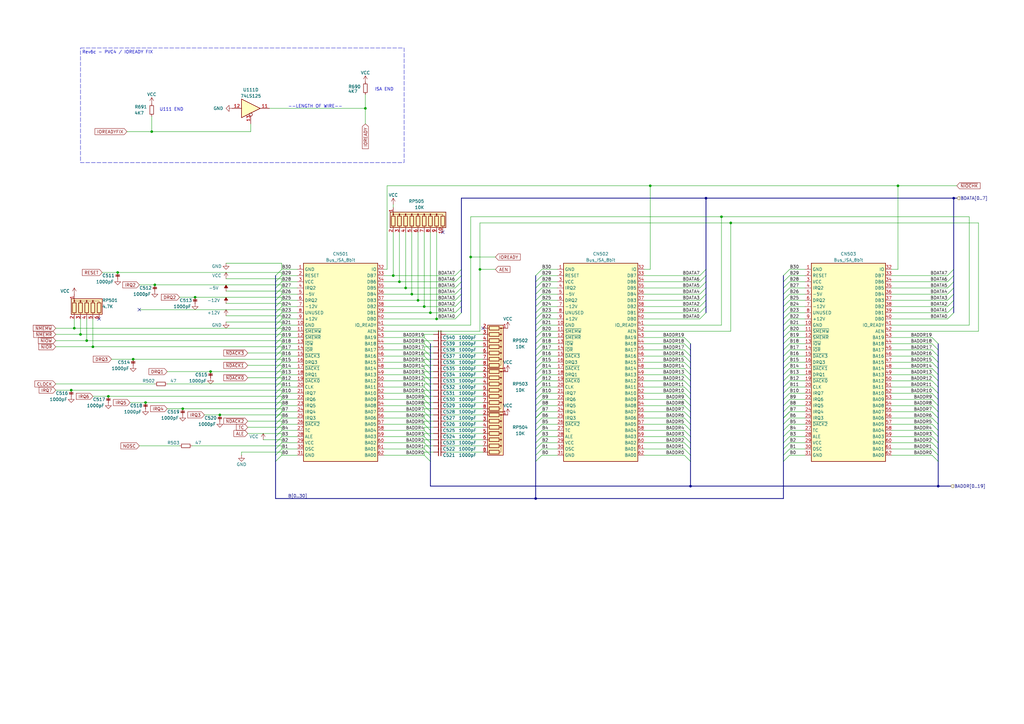
<source format=kicad_sch>
(kicad_sch (version 20231120) (generator "eeschema") (generator_version "8.0")
  (paper "A3")
  (title_block (title "Commodore PC10/CA") (rev "C") (comment 1 "312626") (comment 2 "EXPANSION (ISA)"))
  (junction (at 368.3 76.2))
  (junction (at 179.07 130.81))
  (junction (at 266.7 76.2))
  (junction (at 29.21 160.02))
  (junction (at 59.69 165.1))
  (junction (at 38.1 142.24))
  (junction (at 196.85 110.49))
  (junction (at 161.29 113.03))
  (junction (at 54.61 147.32))
  (junction (at 295.91 88.9))
  (junction (at 44.45 162.56))
  (junction (at 166.37 118.11))
  (junction (at 48.26 111.76))
  (junction (at 173.99 125.73))
  (junction (at 86.36 152.4))
  (junction (at 163.83 115.57))
  (junction (at 80.01 121.92))
  (junction (at 171.45 123.19))
  (junction (at 33.02 137.16))
  (junction (at 391.16 81.28))
  (junction (at 176.53 128.27))
  (junction (at 30.48 134.62))
  (junction (at 74.93 167.64))
  (junction (at 219.71 204.47))
  (junction (at 90.17 170.18))
  (junction (at 384.81 199.39))
  (junction (at 289.56 81.28))
  (junction (at 62.23 53.975))
  (junction (at 35.56 139.7))
  (junction (at 193.04 105.41))
  (junction (at 63.5 116.84))
  (junction (at 149.86 44.45))
  (junction (at 168.91 120.65))
  (junction (at 283.21 199.39))
  (junction (at 299.72 91.44))
  (no_connect (at 198.12 134.62))
  (no_connect (at 181.61 95.25))
  (no_connect (at 57.15 127))
  (no_connect (at 40.64 130.81))
  (bus_entry (at 222.25 181.61) (size -2.54 2.54))
  (bus_entry (at 384.81 186.69) (size -2.54 -2.54))
  (bus_entry (at 222.25 120.65) (size -2.54 2.54))
  (bus_entry (at 384.81 161.29) (size -2.54 -2.54))
  (bus_entry (at 388.62 113.03) (size 2.54 -2.54))
  (bus_entry (at 323.85 148.59) (size -2.54 2.54))
  (bus_entry (at 115.57 163.83) (size -2.54 2.54))
  (bus_entry (at 287.02 125.73) (size 2.54 -2.54))
  (bus_entry (at 222.25 168.91) (size -2.54 2.54))
  (bus_entry (at 384.81 158.75) (size -2.54 -2.54))
  (bus_entry (at 115.57 146.05) (size -2.54 2.54))
  (bus_entry (at 388.62 120.65) (size 2.54 -2.54))
  (bus_entry (at 283.21 146.05) (size -2.54 -2.54))
  (bus_entry (at 176.53 140.97) (size -2.54 -2.54))
  (bus_entry (at 323.85 176.53) (size -2.54 2.54))
  (bus_entry (at 323.85 168.91) (size -2.54 2.54))
  (bus_entry (at 115.57 186.69) (size -2.54 2.54))
  (bus_entry (at 186.69 115.57) (size 2.54 -2.54))
  (bus_entry (at 323.85 110.49) (size -2.54 2.54))
  (bus_entry (at 222.25 146.05) (size -2.54 2.54))
  (bus_entry (at 222.25 163.83) (size -2.54 2.54))
  (bus_entry (at 283.21 184.15) (size -2.54 -2.54))
  (bus_entry (at 186.69 118.11) (size 2.54 -2.54))
  (bus_entry (at 186.69 130.81) (size 2.54 -2.54))
  (bus_entry (at 287.02 115.57) (size 2.54 -2.54))
  (bus_entry (at 115.57 148.59) (size -2.54 2.54))
  (bus_entry (at 115.57 143.51) (size -2.54 2.54))
  (bus_entry (at 283.21 173.99) (size -2.54 -2.54))
  (bus_entry (at 283.21 140.97) (size -2.54 -2.54))
  (bus_entry (at 323.85 130.81) (size -2.54 2.54))
  (bus_entry (at 384.81 181.61) (size -2.54 -2.54))
  (bus_entry (at 323.85 133.35) (size -2.54 2.54))
  (bus_entry (at 323.85 146.05) (size -2.54 2.54))
  (bus_entry (at 176.53 168.91) (size -2.54 -2.54))
  (bus_entry (at 222.25 153.67) (size -2.54 2.54))
  (bus_entry (at 176.53 161.29) (size -2.54 -2.54))
  (bus_entry (at 222.25 123.19) (size -2.54 2.54))
  (bus_entry (at 323.85 123.19) (size -2.54 2.54))
  (bus_entry (at 287.02 130.81) (size 2.54 -2.54))
  (bus_entry (at 323.85 161.29) (size -2.54 2.54))
  (bus_entry (at 115.57 179.07) (size -2.54 2.54))
  (bus_entry (at 222.25 128.27) (size -2.54 2.54))
  (bus_entry (at 283.21 143.51) (size -2.54 -2.54))
  (bus_entry (at 384.81 166.37) (size -2.54 -2.54))
  (bus_entry (at 115.57 113.03) (size -2.54 2.54))
  (bus_entry (at 115.57 115.57) (size -2.54 2.54))
  (bus_entry (at 384.81 156.21) (size -2.54 -2.54))
  (bus_entry (at 287.02 113.03) (size 2.54 -2.54))
  (bus_entry (at 115.57 166.37) (size -2.54 2.54))
  (bus_entry (at 115.57 161.29) (size -2.54 2.54))
  (bus_entry (at 186.69 120.65) (size 2.54 -2.54))
  (bus_entry (at 115.57 138.43) (size -2.54 2.54))
  (bus_entry (at 222.25 171.45) (size -2.54 2.54))
  (bus_entry (at 115.57 184.15) (size -2.54 2.54))
  (bus_entry (at 283.21 161.29) (size -2.54 -2.54))
  (bus_entry (at 115.57 118.11) (size -2.54 2.54))
  (bus_entry (at 222.25 151.13) (size -2.54 2.54))
  (bus_entry (at 115.57 173.99) (size -2.54 2.54))
  (bus_entry (at 323.85 186.69) (size -2.54 2.54))
  (bus_entry (at 323.85 113.03) (size -2.54 2.54))
  (bus_entry (at 222.25 176.53) (size -2.54 2.54))
  (bus_entry (at 283.21 179.07) (size -2.54 -2.54))
  (bus_entry (at 323.85 135.89) (size -2.54 2.54))
  (bus_entry (at 384.81 189.23) (size -2.54 -2.54))
  (bus_entry (at 222.25 184.15) (size -2.54 2.54))
  (bus_entry (at 283.21 176.53) (size -2.54 -2.54))
  (bus_entry (at 115.57 181.61) (size -2.54 2.54))
  (bus_entry (at 222.25 166.37) (size -2.54 2.54))
  (bus_entry (at 323.85 153.67) (size -2.54 2.54))
  (bus_entry (at 115.57 125.73) (size -2.54 2.54))
  (bus_entry (at 176.53 148.59) (size -2.54 -2.54))
  (bus_entry (at 115.57 128.27) (size -2.54 2.54))
  (bus_entry (at 176.53 181.61) (size -2.54 -2.54))
  (bus_entry (at 283.21 153.67) (size -2.54 -2.54))
  (bus_entry (at 384.81 176.53) (size -2.54 -2.54))
  (bus_entry (at 115.57 156.21) (size -2.54 2.54))
  (bus_entry (at 283.21 156.21) (size -2.54 -2.54))
  (bus_entry (at 323.85 128.27) (size -2.54 2.54))
  (bus_entry (at 388.62 118.11) (size 2.54 -2.54))
  (bus_entry (at 176.53 189.23) (size -2.54 -2.54))
  (bus_entry (at 115.57 168.91) (size -2.54 2.54))
  (bus_entry (at 283.21 181.61) (size -2.54 -2.54))
  (bus_entry (at 388.62 130.81) (size 2.54 -2.54))
  (bus_entry (at 287.02 120.65) (size 2.54 -2.54))
  (bus_entry (at 115.57 171.45) (size -2.54 2.54))
  (bus_entry (at 222.25 138.43) (size -2.54 2.54))
  (bus_entry (at 115.57 123.19) (size -2.54 2.54))
  (bus_entry (at 283.21 166.37) (size -2.54 -2.54))
  (bus_entry (at 222.25 113.03) (size -2.54 2.54))
  (bus_entry (at 388.62 125.73) (size 2.54 -2.54))
  (bus_entry (at 222.25 135.89) (size -2.54 2.54))
  (bus_entry (at 323.85 115.57) (size -2.54 2.54))
  (bus_entry (at 323.85 140.97) (size -2.54 2.54))
  (bus_entry (at 283.21 151.13) (size -2.54 -2.54))
  (bus_entry (at 283.21 186.69) (size -2.54 -2.54))
  (bus_entry (at 222.25 186.69) (size -2.54 2.54))
  (bus_entry (at 115.57 158.75) (size -2.54 2.54))
  (bus_entry (at 176.53 173.99) (size -2.54 -2.54))
  (bus_entry (at 222.25 161.29) (size -2.54 2.54))
  (bus_entry (at 222.25 179.07) (size -2.54 2.54))
  (bus_entry (at 384.81 146.05) (size -2.54 -2.54))
  (bus_entry (at 323.85 171.45) (size -2.54 2.54))
  (bus_entry (at 115.57 110.49) (size -2.54 2.54))
  (bus_entry (at 176.53 166.37) (size -2.54 -2.54))
  (bus_entry (at 176.53 156.21) (size -2.54 -2.54))
  (bus_entry (at 323.85 156.21) (size -2.54 2.54))
  (bus_entry (at 222.25 168.91) (size -2.54 2.54))
  (bus_entry (at 176.53 163.83) (size -2.54 -2.54))
  (bus_entry (at 115.57 130.81) (size -2.54 2.54))
  (bus_entry (at 323.85 143.51) (size -2.54 2.54))
  (bus_entry (at 115.57 133.35) (size -2.54 2.54))
  (bus_entry (at 115.57 135.89) (size -2.54 2.54))
  (bus_entry (at 176.53 153.67) (size -2.54 -2.54))
  (bus_entry (at 186.69 128.27) (size 2.54 -2.54))
  (bus_entry (at 323.85 120.65) (size -2.54 2.54))
  (bus_entry (at 323.85 138.43) (size -2.54 2.54))
  (bus_entry (at 384.81 153.67) (size -2.54 -2.54))
  (bus_entry (at 388.62 115.57) (size 2.54 -2.54))
  (bus_entry (at 115.57 140.97) (size -2.54 2.54))
  (bus_entry (at 323.85 184.15) (size -2.54 2.54))
  (bus_entry (at 323.85 151.13) (size -2.54 2.54))
  (bus_entry (at 176.53 176.53) (size -2.54 -2.54))
  (bus_entry (at 222.25 156.21) (size -2.54 2.54))
  (bus_entry (at 287.02 123.19) (size 2.54 -2.54))
  (bus_entry (at 384.81 173.99) (size -2.54 -2.54))
  (bus_entry (at 283.21 163.83) (size -2.54 -2.54))
  (bus_entry (at 384.81 168.91) (size -2.54 -2.54))
  (bus_entry (at 388.62 128.27) (size 2.54 -2.54))
  (bus_entry (at 222.25 143.51) (size -2.54 2.54))
  (bus_entry (at 176.53 171.45) (size -2.54 -2.54))
  (bus_entry (at 176.53 184.15) (size -2.54 -2.54))
  (bus_entry (at 222.25 118.11) (size -2.54 2.54))
  (bus_entry (at 222.25 173.99) (size -2.54 2.54))
  (bus_entry (at 186.69 123.19) (size 2.54 -2.54))
  (bus_entry (at 283.21 168.91) (size -2.54 -2.54))
  (bus_entry (at 176.53 143.51) (size -2.54 -2.54))
  (bus_entry (at 176.53 146.05) (size -2.54 -2.54))
  (bus_entry (at 222.25 140.97) (size -2.54 2.54))
  (bus_entry (at 323.85 163.83) (size -2.54 2.54))
  (bus_entry (at 222.25 115.57) (size -2.54 2.54))
  (bus_entry (at 176.53 158.75) (size -2.54 -2.54))
  (bus_entry (at 384.81 184.15) (size -2.54 -2.54))
  (bus_entry (at 222.25 110.49) (size -2.54 2.54))
  (bus_entry (at 115.57 168.91) (size -2.54 2.54))
  (bus_entry (at 287.02 128.27) (size 2.54 -2.54))
  (bus_entry (at 283.21 189.23) (size -2.54 -2.54))
  (bus_entry (at 384.81 179.07) (size -2.54 -2.54))
  (bus_entry (at 222.25 130.81) (size -2.54 2.54))
  (bus_entry (at 222.25 158.75) (size -2.54 2.54))
  (bus_entry (at 176.53 151.13) (size -2.54 -2.54))
  (bus_entry (at 176.53 186.69) (size -2.54 -2.54))
  (bus_entry (at 323.85 125.73) (size -2.54 2.54))
  (bus_entry (at 388.62 123.19) (size 2.54 -2.54))
  (bus_entry (at 283.21 158.75) (size -2.54 -2.54))
  (bus_entry (at 176.53 179.07) (size -2.54 -2.54))
  (bus_entry (at 222.25 148.59) (size -2.54 2.54))
  (bus_entry (at 115.57 176.53) (size -2.54 2.54))
  (bus_entry (at 384.81 163.83) (size -2.54 -2.54))
  (bus_entry (at 323.85 118.11) (size -2.54 2.54))
  (bus_entry (at 186.69 113.03) (size 2.54 -2.54))
  (bus_entry (at 186.69 125.73) (size 2.54 -2.54))
  (bus_entry (at 323.85 158.75) (size -2.54 2.54))
  (bus_entry (at 384.81 151.13) (size -2.54 -2.54))
  (bus_entry (at 384.81 140.97) (size -2.54 -2.54))
  (bus_entry (at 384.81 148.59) (size -2.54 -2.54))
  (bus_entry (at 115.57 120.65) (size -2.54 2.54))
  (bus_entry (at 283.21 148.59) (size -2.54 -2.54))
  (bus_entry (at 283.21 171.45) (size -2.54 -2.54))
  (bus_entry (at 323.85 168.91) (size -2.54 2.54))
  (bus_entry (at 323.85 173.99) (size -2.54 2.54))
  (bus_entry (at 115.57 151.13) (size -2.54 2.54))
  (bus_entry (at 323.85 181.61) (size -2.54 2.54))
  (bus_entry (at 222.25 133.35) (size -2.54 2.54))
  (bus_entry (at 323.85 166.37) (size -2.54 2.54))
  (bus_entry (at 287.02 118.11) (size 2.54 -2.54))
  (bus_entry (at 384.81 171.45) (size -2.54 -2.54))
  (bus_entry (at 323.85 179.07) (size -2.54 2.54))
  (bus_entry (at 384.81 143.51) (size -2.54 -2.54))
  (bus_entry (at 115.57 153.67) (size -2.54 2.54))
  (bus_entry (at 222.25 125.73) (size -2.54 2.54))
  (wire (pts (xy 157.48 171.45) (xy 173.99 171.45)))
  (wire (pts (xy 115.57 132.08) (xy 115.57 133.35)))
  (bus (pts (xy 189.23 120.65) (xy 189.23 118.11)))
  (wire (pts (xy 222.25 171.45) (xy 228.6 171.45)))
  (bus (pts (xy 283.21 173.99) (xy 283.21 176.53)))
  (bus (pts (xy 113.03 148.59) (xy 113.03 151.13)))
  (wire (pts (xy 365.76 115.57) (xy 388.62 115.57)))
  (bus (pts (xy 176.53 179.07) (xy 176.53 181.61)))
  (bus (pts (xy 391.16 123.19) (xy 391.16 120.65)))
  (wire (pts (xy 41.91 111.76) (xy 48.26 111.76)))
  (wire (pts (xy 173.99 152.4) (xy 177.8 152.4)))
  (bus (pts (xy 113.03 140.97) (xy 113.03 143.51)))
  (wire (pts (xy 222.25 133.35) (xy 228.6 133.35)))
  (bus (pts (xy 219.71 176.53) (xy 219.71 179.07)))
  (bus (pts (xy 219.71 184.15) (xy 219.71 186.69)))
  (wire (pts (xy 115.57 128.27) (xy 121.92 128.27)))
  (wire (pts (xy 182.88 149.86) (xy 198.12 149.86)))
  (bus (pts (xy 321.31 186.69) (xy 321.31 189.23)))
  (wire (pts (xy 365.76 110.49) (xy 368.3 110.49)))
  (bus (pts (xy 219.71 204.47) (xy 321.31 204.47)))
  (wire (pts (xy 323.85 110.49) (xy 330.2 110.49)))
  (bus (pts (xy 176.53 153.67) (xy 176.53 156.21)))
  (bus (pts (xy 219.71 135.89) (xy 219.71 138.43)))
  (bus (pts (xy 384.81 156.21) (xy 384.81 158.75)))
  (wire (pts (xy 266.7 76.2) (xy 368.3 76.2)))
  (bus (pts (xy 384.81 148.59) (xy 384.81 151.13)))
  (bus (pts (xy 113.03 135.89) (xy 113.03 138.43)))
  (wire (pts (xy 22.86 134.62) (xy 30.48 134.62)))
  (bus (pts (xy 113.03 133.35) (xy 113.03 135.89)))
  (wire (pts (xy 157.48 123.19) (xy 171.45 123.19)))
  (bus (pts (xy 384.81 171.45) (xy 384.81 173.99)))
  (wire (pts (xy 173.99 146.05) (xy 173.99 144.78)))
  (bus (pts (xy 321.31 140.97) (xy 321.31 143.51)))
  (wire (pts (xy 368.3 76.2) (xy 392.43 76.2)))
  (wire (pts (xy 115.57 144.78) (xy 115.57 146.05)))
  (bus (pts (xy 113.03 123.19) (xy 113.03 125.73)))
  (bus (pts (xy 321.31 171.45) (xy 321.31 173.99)))
  (wire (pts (xy 266.7 110.49) (xy 266.7 76.2)))
  (bus (pts (xy 283.21 161.29) (xy 283.21 163.83)))
  (bus (pts (xy 189.23 125.73) (xy 189.23 123.19)))
  (bus (pts (xy 321.31 118.11) (xy 321.31 120.65)))
  (wire (pts (xy 323.85 118.11) (xy 330.2 118.11)))
  (wire (pts (xy 92.71 107.95) (xy 115.57 107.95)))
  (bus (pts (xy 219.71 181.61) (xy 219.71 184.15)))
  (bus (pts (xy 113.03 204.47) (xy 219.71 204.47)))
  (wire (pts (xy 264.16 140.97) (xy 280.67 140.97)))
  (bus (pts (xy 113.03 173.99) (xy 113.03 176.53)))
  (wire (pts (xy 264.16 120.65) (xy 287.02 120.65)))
  (bus (pts (xy 113.03 151.13) (xy 113.03 153.67)))
  (wire (pts (xy 115.57 127) (xy 115.57 128.27)))
  (wire (pts (xy 299.72 135.89) (xy 299.72 91.44)))
  (wire (pts (xy 182.88 160.02) (xy 198.12 160.02)))
  (wire (pts (xy 115.57 125.73) (xy 121.92 125.73)))
  (wire (pts (xy 157.48 118.11) (xy 166.37 118.11)))
  (wire (pts (xy 157.48 173.99) (xy 173.99 173.99)))
  (wire (pts (xy 157.48 156.21) (xy 173.99 156.21)))
  (wire (pts (xy 107.95 180.34) (xy 115.57 180.34)))
  (wire (pts (xy 115.57 161.29) (xy 121.92 161.29)))
  (wire (pts (xy 171.45 95.25) (xy 171.45 123.19)))
  (wire (pts (xy 173.99 156.21) (xy 173.99 154.94)))
  (bus (pts (xy 219.71 128.27) (xy 219.71 130.81)))
  (wire (pts (xy 54.61 147.32) (xy 115.57 147.32)))
  (wire (pts (xy 115.57 123.19) (xy 121.92 123.19)))
  (wire (pts (xy 365.76 128.27) (xy 388.62 128.27)))
  (wire (pts (xy 115.57 115.57) (xy 121.92 115.57)))
  (wire (pts (xy 149.86 44.45) (xy 149.86 50.8)))
  (wire (pts (xy 101.6 144.78) (xy 115.57 144.78)))
  (wire (pts (xy 52.07 53.975) (xy 62.23 53.975)))
  (bus (pts (xy 283.21 146.05) (xy 283.21 148.59)))
  (bus (pts (xy 289.56 81.28) (xy 289.56 110.49)))
  (wire (pts (xy 264.16 130.81) (xy 287.02 130.81)))
  (wire (pts (xy 323.85 184.15) (xy 330.2 184.15)))
  (wire (pts (xy 323.85 133.35) (xy 330.2 133.35)))
  (wire (pts (xy 264.16 135.89) (xy 299.72 135.89)))
  (bus (pts (xy 113.03 146.05) (xy 113.03 148.59)))
  (wire (pts (xy 196.85 110.49) (xy 203.2 110.49)))
  (wire (pts (xy 101.6 177.8) (xy 115.57 177.8)))
  (wire (pts (xy 173.99 165.1) (xy 177.8 165.1)))
  (wire (pts (xy 115.57 110.49) (xy 121.92 110.49)))
  (wire (pts (xy 264.16 171.45) (xy 280.67 171.45)))
  (wire (pts (xy 323.85 123.19) (xy 330.2 123.19)))
  (bus (pts (xy 283.21 163.83) (xy 283.21 166.37)))
  (wire (pts (xy 264.16 118.11) (xy 287.02 118.11)))
  (wire (pts (xy 168.91 120.65) (xy 186.69 120.65)))
  (wire (pts (xy 173.99 144.78) (xy 177.8 144.78)))
  (bus (pts (xy 113.03 143.51) (xy 113.03 146.05)))
  (bus (pts (xy 176.53 186.69) (xy 176.53 189.23)))
  (wire (pts (xy 365.76 176.53) (xy 382.27 176.53)))
  (wire (pts (xy 115.57 119.38) (xy 115.57 120.65)))
  (bus (pts (xy 321.31 184.15) (xy 321.31 186.69)))
  (bus (pts (xy 176.53 161.29) (xy 176.53 163.83)))
  (bus (pts (xy 189.23 118.11) (xy 189.23 115.57)))
  (wire (pts (xy 173.99 170.18) (xy 177.8 170.18)))
  (wire (pts (xy 157.48 166.37) (xy 173.99 166.37)))
  (bus (pts (xy 219.71 173.99) (xy 219.71 176.53)))
  (bus (pts (xy 219.71 113.03) (xy 219.71 115.57)))
  (wire (pts (xy 222.25 153.67) (xy 228.6 153.67)))
  (wire (pts (xy 59.69 165.1) (xy 115.57 165.1)))
  (wire (pts (xy 38.1 130.81) (xy 38.1 142.24)))
  (wire (pts (xy 182.88 182.88) (xy 198.12 182.88)))
  (wire (pts (xy 173.99 162.56) (xy 177.8 162.56)))
  (bus (pts (xy 219.71 186.69) (xy 219.71 189.23)))
  (wire (pts (xy 30.48 130.81) (xy 30.48 134.62)))
  (wire (pts (xy 53.34 165.1) (xy 59.69 165.1)))
  (wire (pts (xy 182.88 139.7) (xy 198.12 139.7)))
  (bus (pts (xy 392.43 81.28) (xy 391.16 81.28)))
  (wire (pts (xy 323.85 158.75) (xy 330.2 158.75)))
  (wire (pts (xy 101.6 149.86) (xy 115.57 149.86)))
  (wire (pts (xy 222.25 135.89) (xy 228.6 135.89)))
  (wire (pts (xy 222.25 140.97) (xy 228.6 140.97)))
  (wire (pts (xy 365.76 138.43) (xy 382.27 138.43)))
  (wire (pts (xy 92.71 129.54) (xy 115.57 129.54)))
  (wire (pts (xy 397.51 88.9) (xy 397.51 133.35)))
  (wire (pts (xy 157.48 153.67) (xy 173.99 153.67)))
  (wire (pts (xy 222.25 143.51) (xy 228.6 143.51)))
  (wire (pts (xy 157.48 146.05) (xy 173.99 146.05)))
  (bus (pts (xy 384.81 146.05) (xy 384.81 148.59)))
  (bus (pts (xy 219.71 179.07) (xy 219.71 181.61)))
  (bus (pts (xy 391.16 128.27) (xy 391.16 125.73)))
  (bus (pts (xy 189.23 81.28) (xy 189.23 110.49)))
  (wire (pts (xy 115.57 157.48) (xy 115.57 158.75)))
  (wire (pts (xy 323.85 186.69) (xy 330.2 186.69)))
  (wire (pts (xy 222.25 115.57) (xy 228.6 115.57)))
  (wire (pts (xy 48.26 111.76) (xy 115.57 111.76)))
  (wire (pts (xy 323.85 161.29) (xy 330.2 161.29)))
  (bus (pts (xy 176.53 168.91) (xy 176.53 171.45)))
  (wire (pts (xy 157.48 135.89) (xy 196.85 135.89)))
  (bus (pts (xy 219.71 161.29) (xy 219.71 163.83)))
  (wire (pts (xy 33.02 137.16) (xy 115.57 137.16)))
  (wire (pts (xy 365.76 130.81) (xy 388.62 130.81)))
  (wire (pts (xy 264.16 158.75) (xy 280.67 158.75)))
  (wire (pts (xy 173.99 161.29) (xy 173.99 160.02)))
  (wire (pts (xy 115.57 135.89) (xy 121.92 135.89)))
  (bus (pts (xy 321.31 115.57) (xy 321.31 118.11)))
  (wire (pts (xy 30.48 134.62) (xy 115.57 134.62)))
  (bus (pts (xy 321.31 148.59) (xy 321.31 151.13)))
  (bus (pts (xy 176.53 184.15) (xy 176.53 186.69)))
  (wire (pts (xy 173.99 139.7) (xy 177.8 139.7)))
  (wire (pts (xy 365.76 184.15) (xy 382.27 184.15)))
  (bus (pts (xy 384.81 158.75) (xy 384.81 161.29)))
  (bus (pts (xy 219.71 189.23) (xy 219.71 204.47)))
  (wire (pts (xy 57.15 116.84) (xy 63.5 116.84)))
  (wire (pts (xy 365.76 125.73) (xy 388.62 125.73)))
  (wire (pts (xy 63.5 116.84) (xy 115.57 116.84)))
  (bus (pts (xy 384.81 181.61) (xy 384.81 184.15)))
  (wire (pts (xy 115.57 173.99) (xy 121.92 173.99)))
  (wire (pts (xy 323.85 148.59) (xy 330.2 148.59)))
  (wire (pts (xy 35.56 130.81) (xy 35.56 139.7)))
  (wire (pts (xy 173.99 137.16) (xy 177.8 137.16)))
  (bus (pts (xy 283.21 181.61) (xy 283.21 184.15)))
  (wire (pts (xy 397.51 133.35) (xy 365.76 133.35)))
  (wire (pts (xy 173.99 176.53) (xy 173.99 175.26)))
  (bus (pts (xy 321.31 123.19) (xy 321.31 125.73)))
  (bus (pts (xy 384.81 176.53) (xy 384.81 179.07)))
  (wire (pts (xy 62.23 53.975) (xy 102.87 53.975)))
  (wire (pts (xy 323.85 135.89) (xy 330.2 135.89)))
  (wire (pts (xy 173.99 154.94) (xy 177.8 154.94)))
  (wire (pts (xy 323.85 125.73) (xy 330.2 125.73)))
  (wire (pts (xy 179.07 95.25) (xy 179.07 130.81)))
  (wire (pts (xy 264.16 113.03) (xy 287.02 113.03)))
  (wire (pts (xy 222.25 168.91) (xy 228.6 168.91)))
  (bus (pts (xy 321.31 179.07) (xy 321.31 181.61)))
  (bus (pts (xy 113.03 163.83) (xy 113.03 166.37)))
  (wire (pts (xy 264.16 143.51) (xy 280.67 143.51)))
  (wire (pts (xy 157.48 186.69) (xy 173.99 186.69)))
  (bus (pts (xy 384.81 173.99) (xy 384.81 176.53)))
  (bus (pts (xy 176.53 148.59) (xy 176.53 151.13)))
  (bus (pts (xy 219.71 158.75) (xy 219.71 161.29)))
  (wire (pts (xy 35.56 139.7) (xy 115.57 139.7)))
  (wire (pts (xy 83.82 170.18) (xy 90.17 170.18)))
  (wire (pts (xy 182.88 185.42) (xy 198.12 185.42)))
  (bus (pts (xy 321.31 173.99) (xy 321.31 176.53)))
  (bus (pts (xy 189.23 110.49) (xy 189.23 113.03)))
  (wire (pts (xy 157.48 179.07) (xy 173.99 179.07)))
  (bus (pts (xy 113.03 189.23) (xy 113.03 204.47)))
  (wire (pts (xy 92.71 114.3) (xy 115.57 114.3)))
  (bus (pts (xy 289.56 118.11) (xy 289.56 115.57)))
  (wire (pts (xy 173.99 185.42) (xy 177.8 185.42)))
  (wire (pts (xy 149.86 38.735) (xy 149.86 44.45)))
  (wire (pts (xy 323.85 163.83) (xy 330.2 163.83)))
  (wire (pts (xy 115.57 179.07) (xy 121.92 179.07)))
  (wire (pts (xy 115.57 154.94) (xy 115.57 156.21)))
  (wire (pts (xy 368.3 110.49) (xy 368.3 76.2)))
  (bus (pts (xy 321.31 146.05) (xy 321.31 148.59)))
  (bus (pts (xy 219.71 143.51) (xy 219.71 146.05)))
  (bus (pts (xy 219.71 148.59) (xy 219.71 151.13)))
  (wire (pts (xy 115.57 151.13) (xy 121.92 151.13)))
  (wire (pts (xy 157.48 158.75) (xy 173.99 158.75)))
  (wire (pts (xy 157.48 130.81) (xy 179.07 130.81)))
  (wire (pts (xy 264.16 146.05) (xy 280.67 146.05)))
  (bus (pts (xy 391.16 81.28) (xy 289.56 81.28)))
  (wire (pts (xy 264.16 184.15) (xy 280.67 184.15)))
  (bus (pts (xy 384.81 151.13) (xy 384.81 153.67)))
  (wire (pts (xy 115.57 163.83) (xy 121.92 163.83)))
  (bus (pts (xy 384.81 161.29) (xy 384.81 163.83)))
  (bus (pts (xy 384.81 186.69) (xy 384.81 189.23)))
  (wire (pts (xy 176.53 95.25) (xy 176.53 128.27)))
  (wire (pts (xy 99.06 185.42) (xy 99.06 186.69)))
  (wire (pts (xy 157.48 125.73) (xy 173.99 125.73)))
  (wire (pts (xy 182.88 175.26) (xy 198.12 175.26)))
  (wire (pts (xy 171.45 123.19) (xy 186.69 123.19)))
  (bus (pts (xy 384.81 199.39) (xy 389.89 199.39)))
  (wire (pts (xy 323.85 130.81) (xy 330.2 130.81)))
  (bus (pts (xy 289.56 125.73) (xy 289.56 123.19)))
  (wire (pts (xy 323.85 168.91) (xy 330.2 168.91)))
  (wire (pts (xy 222.25 138.43) (xy 228.6 138.43)))
  (wire (pts (xy 222.25 161.29) (xy 228.6 161.29)))
  (bus (pts (xy 113.03 120.65) (xy 113.03 123.19)))
  (bus (pts (xy 321.31 153.67) (xy 321.31 156.21)))
  (wire (pts (xy 401.32 135.89) (xy 365.76 135.89)))
  (wire (pts (xy 323.85 143.51) (xy 330.2 143.51)))
  (wire (pts (xy 173.99 173.99) (xy 173.99 172.72)))
  (bus (pts (xy 219.71 125.73) (xy 219.71 128.27)))
  (bus (pts (xy 219.71 123.19) (xy 219.71 125.73)))
  (wire (pts (xy 57.15 182.88) (xy 73.66 182.88)))
  (wire (pts (xy 22.86 139.7) (xy 35.56 139.7)))
  (wire (pts (xy 68.58 167.64) (xy 74.93 167.64)))
  (bus (pts (xy 321.31 128.27) (xy 321.31 130.81)))
  (bus (pts (xy 321.31 156.21) (xy 321.31 158.75)))
  (bus (pts (xy 283.21 166.37) (xy 283.21 168.91)))
  (bus (pts (xy 219.71 138.43) (xy 219.71 140.97)))
  (wire (pts (xy 365.76 158.75) (xy 382.27 158.75)))
  (wire (pts (xy 365.76 113.03) (xy 388.62 113.03)))
  (wire (pts (xy 161.29 113.03) (xy 186.69 113.03)))
  (wire (pts (xy 323.85 140.97) (xy 330.2 140.97)))
  (wire (pts (xy 173.99 180.34) (xy 177.8 180.34)))
  (wire (pts (xy 193.04 105.41) (xy 203.2 105.41)))
  (wire (pts (xy 161.29 95.25) (xy 161.29 113.03)))
  (wire (pts (xy 115.57 184.15) (xy 121.92 184.15)))
  (wire (pts (xy 182.88 144.78) (xy 198.12 144.78)))
  (bus (pts (xy 384.81 179.07) (xy 384.81 181.61)))
  (wire (pts (xy 323.85 173.99) (xy 330.2 173.99)))
  (wire (pts (xy 323.85 171.45) (xy 330.2 171.45)))
  (bus (pts (xy 176.53 140.97) (xy 176.53 143.51)))
  (wire (pts (xy 45.72 147.32) (xy 54.61 147.32)))
  (wire (pts (xy 173.99 158.75) (xy 173.99 157.48)))
  (bus (pts (xy 289.56 123.19) (xy 289.56 120.65)))
  (bus (pts (xy 384.81 153.67) (xy 384.81 156.21)))
  (wire (pts (xy 166.37 95.25) (xy 166.37 118.11)))
  (bus (pts (xy 321.31 135.89) (xy 321.31 138.43)))
  (bus (pts (xy 321.31 113.03) (xy 321.31 115.57)))
  (wire (pts (xy 222.25 179.07) (xy 228.6 179.07)))
  (wire (pts (xy 115.57 118.11) (xy 121.92 118.11)))
  (bus (pts (xy 189.23 123.19) (xy 189.23 120.65)))
  (bus (pts (xy 321.31 120.65) (xy 321.31 123.19)))
  (bus (pts (xy 283.21 171.45) (xy 283.21 173.99)))
  (wire (pts (xy 115.57 139.7) (xy 115.57 140.97)))
  (wire (pts (xy 323.85 146.05) (xy 330.2 146.05)))
  (wire (pts (xy 115.57 158.75) (xy 121.92 158.75)))
  (wire (pts (xy 193.04 133.35) (xy 193.04 105.41)))
  (bus (pts (xy 113.03 181.61) (xy 113.03 184.15)))
  (bus (pts (xy 391.16 115.57) (xy 391.16 113.03)))
  (bus (pts (xy 321.31 138.43) (xy 321.31 140.97)))
  (wire (pts (xy 173.99 95.25) (xy 173.99 125.73)))
  (wire (pts (xy 101.6 172.72) (xy 115.57 172.72)))
  (wire (pts (xy 22.86 142.24) (xy 38.1 142.24)))
  (bus (pts (xy 219.71 151.13) (xy 219.71 153.67)))
  (wire (pts (xy 115.57 156.21) (xy 121.92 156.21)))
  (wire (pts (xy 157.48 151.13) (xy 173.99 151.13)))
  (wire (pts (xy 115.57 175.26) (xy 115.57 176.53)))
  (bus (pts (xy 321.31 130.81) (xy 321.31 133.35)))
  (bus (pts (xy 189.23 115.57) (xy 189.23 113.03)))
  (wire (pts (xy 182.88 170.18) (xy 198.12 170.18)))
  (bus (pts (xy 321.31 163.83) (xy 321.31 166.37)))
  (wire (pts (xy 323.85 153.67) (xy 330.2 153.67)))
  (wire (pts (xy 115.57 166.37) (xy 121.92 166.37)))
  (wire (pts (xy 157.48 143.51) (xy 173.99 143.51)))
  (wire (pts (xy 102.87 53.975) (xy 102.87 50.8)))
  (wire (pts (xy 173.99 151.13) (xy 173.99 149.86)))
  (bus (pts (xy 289.56 81.28) (xy 189.23 81.28)))
  (wire (pts (xy 264.16 151.13) (xy 280.67 151.13)))
  (bus (pts (xy 176.53 146.05) (xy 176.53 148.59)))
  (wire (pts (xy 264.16 179.07) (xy 280.67 179.07)))
  (wire (pts (xy 115.57 167.64) (xy 115.57 168.91)))
  (wire (pts (xy 323.85 176.53) (xy 330.2 176.53)))
  (wire (pts (xy 173.99 167.64) (xy 177.8 167.64)))
  (bus (pts (xy 283.21 199.39) (xy 384.81 199.39)))
  (wire (pts (xy 182.88 165.1) (xy 198.12 165.1)))
  (wire (pts (xy 365.76 153.67) (xy 382.27 153.67)))
  (wire (pts (xy 365.76 123.19) (xy 388.62 123.19)))
  (wire (pts (xy 182.88 162.56) (xy 198.12 162.56)))
  (wire (pts (xy 299.72 91.44) (xy 401.32 91.44)))
  (wire (pts (xy 222.25 120.65) (xy 228.6 120.65)))
  (wire (pts (xy 222.25 130.81) (xy 228.6 130.81)))
  (wire (pts (xy 115.57 134.62) (xy 115.57 135.89)))
  (wire (pts (xy 173.99 138.43) (xy 173.99 137.16)))
  (wire (pts (xy 264.16 128.27) (xy 287.02 128.27)))
  (bus (pts (xy 219.71 115.57) (xy 219.71 118.11)))
  (wire (pts (xy 115.57 140.97) (xy 121.92 140.97)))
  (bus (pts (xy 219.71 171.45) (xy 219.71 173.99)))
  (wire (pts (xy 173.99 153.67) (xy 173.99 152.4)))
  (wire (pts (xy 157.48 176.53) (xy 173.99 176.53)))
  (wire (pts (xy 68.58 157.48) (xy 115.57 157.48)))
  (bus (pts (xy 189.23 128.27) (xy 189.23 125.73)))
  (wire (pts (xy 295.91 133.35) (xy 264.16 133.35)))
  (wire (pts (xy 173.99 172.72) (xy 177.8 172.72)))
  (bus (pts (xy 384.81 163.83) (xy 384.81 166.37)))
  (wire (pts (xy 173.99 148.59) (xy 173.99 147.32)))
  (wire (pts (xy 33.02 130.81) (xy 33.02 137.16)))
  (wire (pts (xy 110.49 44.45) (xy 149.86 44.45)))
  (wire (pts (xy 295.91 88.9) (xy 295.91 133.35)))
  (bus (pts (xy 176.53 163.83) (xy 176.53 166.37)))
  (wire (pts (xy 115.57 176.53) (xy 121.92 176.53)))
  (bus (pts (xy 384.81 184.15) (xy 384.81 186.69)))
  (bus (pts (xy 176.53 151.13) (xy 176.53 153.67)))
  (wire (pts (xy 158.75 76.2) (xy 266.7 76.2)))
  (wire (pts (xy 57.15 127) (xy 115.57 127)))
  (bus (pts (xy 113.03 168.91) (xy 113.03 171.45)))
  (wire (pts (xy 173.99 177.8) (xy 177.8 177.8)))
  (wire (pts (xy 365.76 140.97) (xy 382.27 140.97)))
  (wire (pts (xy 115.57 133.35) (xy 121.92 133.35)))
  (wire (pts (xy 173.99 181.61) (xy 173.99 180.34)))
  (wire (pts (xy 222.25 156.21) (xy 228.6 156.21)))
  (wire (pts (xy 401.32 91.44) (xy 401.32 135.89)))
  (wire (pts (xy 264.16 176.53) (xy 280.67 176.53)))
  (bus (pts (xy 176.53 143.51) (xy 176.53 146.05)))
  (wire (pts (xy 22.86 157.48) (xy 63.5 157.48)))
  (wire (pts (xy 196.85 110.49) (xy 196.85 91.44)))
  (wire (pts (xy 99.06 185.42) (xy 115.57 185.42)))
  (wire (pts (xy 222.25 113.03) (xy 228.6 113.03)))
  (wire (pts (xy 22.86 160.02) (xy 29.21 160.02)))
  (wire (pts (xy 115.57 130.81) (xy 121.92 130.81)))
  (wire (pts (xy 182.88 180.34) (xy 198.12 180.34)))
  (wire (pts (xy 166.37 118.11) (xy 186.69 118.11)))
  (wire (pts (xy 92.71 132.08) (xy 115.57 132.08)))
  (wire (pts (xy 173.99 186.69) (xy 173.99 185.42)))
  (wire (pts (xy 157.48 113.03) (xy 161.29 113.03)))
  (bus (pts (xy 321.31 181.61) (xy 321.31 184.15)))
  (wire (pts (xy 115.57 143.51) (xy 121.92 143.51)))
  (bus (pts (xy 321.31 189.23) (xy 321.31 204.47)))
  (bus (pts (xy 219.71 133.35) (xy 219.71 135.89)))
  (wire (pts (xy 264.16 173.99) (xy 280.67 173.99)))
  (wire (pts (xy 323.85 115.57) (xy 330.2 115.57)))
  (bus (pts (xy 113.03 113.03) (xy 113.03 115.57)))
  (bus (pts (xy 283.21 176.53) (xy 283.21 179.07)))
  (wire (pts (xy 365.76 148.59) (xy 382.27 148.59)))
  (wire (pts (xy 173.99 171.45) (xy 173.99 170.18)))
  (wire (pts (xy 173.99 147.32) (xy 177.8 147.32)))
  (bus (pts (xy 391.16 125.73) (xy 391.16 123.19)))
  (wire (pts (xy 115.57 171.45) (xy 121.92 171.45)))
  (wire (pts (xy 115.57 170.18) (xy 115.57 171.45)))
  (wire (pts (xy 115.57 149.86) (xy 115.57 151.13)))
  (bus (pts (xy 321.31 161.29) (xy 321.31 163.83)))
  (wire (pts (xy 173.99 166.37) (xy 173.99 165.1)))
  (wire (pts (xy 157.48 148.59) (xy 173.99 148.59)))
  (wire (pts (xy 168.91 95.25) (xy 168.91 120.65)))
  (bus (pts (xy 391.16 110.49) (xy 391.16 113.03)))
  (wire (pts (xy 323.85 113.03) (xy 330.2 113.03)))
  (bus (pts (xy 321.31 125.73) (xy 321.31 128.27)))
  (wire (pts (xy 222.25 166.37) (xy 228.6 166.37)))
  (wire (pts (xy 196.85 91.44) (xy 299.72 91.44)))
  (bus (pts (xy 391.16 120.65) (xy 391.16 118.11)))
  (wire (pts (xy 38.1 142.24) (xy 115.57 142.24)))
  (wire (pts (xy 115.57 172.72) (xy 115.57 173.99)))
  (bus (pts (xy 219.71 140.97) (xy 219.71 143.51)))
  (wire (pts (xy 22.86 137.16) (xy 33.02 137.16)))
  (wire (pts (xy 78.74 182.88) (xy 115.57 182.88)))
  (wire (pts (xy 365.76 181.61) (xy 382.27 181.61)))
  (wire (pts (xy 365.76 173.99) (xy 382.27 173.99)))
  (wire (pts (xy 163.83 115.57) (xy 186.69 115.57)))
  (bus (pts (xy 113.03 179.07) (xy 113.03 181.61)))
  (bus (pts (xy 113.03 128.27) (xy 113.03 130.81)))
  (bus (pts (xy 113.03 118.11) (xy 113.03 120.65)))
  (wire (pts (xy 80.01 121.92) (xy 115.57 121.92)))
  (bus (pts (xy 283.21 151.13) (xy 283.21 153.67)))
  (bus (pts (xy 176.53 181.61) (xy 176.53 184.15)))
  (wire (pts (xy 222.25 148.59) (xy 228.6 148.59)))
  (wire (pts (xy 115.57 168.91) (xy 121.92 168.91)))
  (wire (pts (xy 158.75 110.49) (xy 158.75 76.2)))
  (wire (pts (xy 157.48 133.35) (xy 193.04 133.35)))
  (wire (pts (xy 295.91 88.9) (xy 397.51 88.9)))
  (wire (pts (xy 264.16 166.37) (xy 280.67 166.37)))
  (wire (pts (xy 101.6 154.94) (xy 115.57 154.94)))
  (wire (pts (xy 323.85 151.13) (xy 330.2 151.13)))
  (bus (pts (xy 321.31 133.35) (xy 321.31 135.89)))
  (bus (pts (xy 113.03 161.29) (xy 113.03 163.83)))
  (wire (pts (xy 115.57 120.65) (xy 121.92 120.65)))
  (wire (pts (xy 163.83 95.25) (xy 163.83 115.57)))
  (bus (pts (xy 283.21 168.91) (xy 283.21 171.45)))
  (wire (pts (xy 115.57 148.59) (xy 121.92 148.59)))
  (wire (pts (xy 222.25 184.15) (xy 228.6 184.15)))
  (wire (pts (xy 264.16 115.57) (xy 287.02 115.57)))
  (wire (pts (xy 115.57 165.1) (xy 115.57 166.37)))
  (wire (pts (xy 173.99 168.91) (xy 173.99 167.64)))
  (wire (pts (xy 173.99 157.48) (xy 177.8 157.48)))
  (bus (pts (xy 384.81 140.97) (xy 384.81 143.51)))
  (wire (pts (xy 115.57 107.95) (xy 115.57 110.49)))
  (bus (pts (xy 176.53 189.23) (xy 176.53 199.39)))
  (wire (pts (xy 115.57 153.67) (xy 121.92 153.67)))
  (wire (pts (xy 173.99 163.83) (xy 173.99 162.56)))
  (wire (pts (xy 157.48 161.29) (xy 173.99 161.29)))
  (wire (pts (xy 115.57 162.56) (xy 115.57 163.83)))
  (bus (pts (xy 219.71 146.05) (xy 219.71 148.59)))
  (bus (pts (xy 113.03 186.69) (xy 113.03 189.23)))
  (bus (pts (xy 283.21 186.69) (xy 283.21 189.23)))
  (wire (pts (xy 157.48 163.83) (xy 173.99 163.83)))
  (bus (pts (xy 283.21 179.07) (xy 283.21 181.61)))
  (bus (pts (xy 321.31 176.53) (xy 321.31 179.07)))
  (wire (pts (xy 264.16 156.21) (xy 280.67 156.21)))
  (wire (pts (xy 62.23 53.975) (xy 62.23 47.625)))
  (wire (pts (xy 29.21 160.02) (xy 115.57 160.02)))
  (wire (pts (xy 193.04 105.41) (xy 193.04 88.9)))
  (wire (pts (xy 222.25 151.13) (xy 228.6 151.13)))
  (bus (pts (xy 283.21 153.67) (xy 283.21 156.21)))
  (wire (pts (xy 222.25 125.73) (xy 228.6 125.73)))
  (wire (pts (xy 115.57 146.05) (xy 121.92 146.05)))
  (wire (pts (xy 157.48 138.43) (xy 173.99 138.43)))
  (wire (pts (xy 115.57 137.16) (xy 115.57 138.43)))
  (wire (pts (xy 173.99 143.51) (xy 173.99 142.24)))
  (wire (pts (xy 173.99 184.15) (xy 173.99 182.88)))
  (bus (pts (xy 384.81 143.51) (xy 384.81 146.05)))
  (wire (pts (xy 115.57 142.24) (xy 115.57 143.51)))
  (wire (pts (xy 115.57 177.8) (xy 115.57 179.07)))
  (wire (pts (xy 182.88 152.4) (xy 198.12 152.4)))
  (bus (pts (xy 219.71 166.37) (xy 219.71 168.91)))
  (bus (pts (xy 219.71 130.81) (xy 219.71 133.35)))
  (wire (pts (xy 365.76 146.05) (xy 382.27 146.05)))
  (bus (pts (xy 176.53 156.21) (xy 176.53 158.75)))
  (bus (pts (xy 113.03 125.73) (xy 113.03 128.27)))
  (bus (pts (xy 113.03 130.81) (xy 113.03 133.35)))
  (wire (pts (xy 90.17 170.18) (xy 115.57 170.18)))
  (wire (pts (xy 115.57 147.32) (xy 115.57 148.59)))
  (wire (pts (xy 157.48 110.49) (xy 158.75 110.49)))
  (wire (pts (xy 323.85 138.43) (xy 330.2 138.43)))
  (wire (pts (xy 115.57 114.3) (xy 115.57 115.57)))
  (wire (pts (xy 222.25 146.05) (xy 228.6 146.05)))
  (bus (pts (xy 219.71 120.65) (xy 219.71 123.19)))
  (wire (pts (xy 365.76 163.83) (xy 382.27 163.83)))
  (wire (pts (xy 222.25 173.99) (xy 228.6 173.99)))
  (bus (pts (xy 113.03 171.45) (xy 113.03 173.99)))
  (wire (pts (xy 173.99 149.86) (xy 177.8 149.86)))
  (wire (pts (xy 222.25 123.19) (xy 228.6 123.19)))
  (bus (pts (xy 283.21 189.23) (xy 283.21 199.39)))
  (wire (pts (xy 222.25 176.53) (xy 228.6 176.53)))
  (bus (pts (xy 113.03 153.67) (xy 113.03 156.21)))
  (bus (pts (xy 321.31 166.37) (xy 321.31 168.91)))
  (wire (pts (xy 115.57 160.02) (xy 115.57 161.29)))
  (bus (pts (xy 219.71 163.83) (xy 219.71 166.37)))
  (wire (pts (xy 101.6 175.26) (xy 115.57 175.26)))
  (wire (pts (xy 365.76 156.21) (xy 382.27 156.21)))
  (wire (pts (xy 365.76 166.37) (xy 382.27 166.37)))
  (wire (pts (xy 74.93 167.64) (xy 115.57 167.64)))
  (wire (pts (xy 182.88 167.64) (xy 198.12 167.64)))
  (wire (pts (xy 115.57 116.84) (xy 115.57 118.11)))
  (wire (pts (xy 115.57 111.76) (xy 115.57 113.03)))
  (wire (pts (xy 115.57 185.42) (xy 115.57 186.69)))
  (bus (pts (xy 283.21 140.97) (xy 283.21 143.51)))
  (bus (pts (xy 289.56 128.27) (xy 289.56 125.73)))
  (wire (pts (xy 365.76 118.11) (xy 388.62 118.11)))
  (wire (pts (xy 264.16 148.59) (xy 280.67 148.59)))
  (wire (pts (xy 179.07 130.81) (xy 186.69 130.81)))
  (bus (pts (xy 219.71 156.21) (xy 219.71 158.75)))
  (bus (pts (xy 176.53 158.75) (xy 176.53 161.29)))
  (wire (pts (xy 264.16 168.91) (xy 280.67 168.91)))
  (wire (pts (xy 44.45 162.56) (xy 115.57 162.56)))
  (bus (pts (xy 321.31 151.13) (xy 321.31 153.67)))
  (bus (pts (xy 283.21 158.75) (xy 283.21 161.29)))
  (bus (pts (xy 113.03 158.75) (xy 113.03 161.29)))
  (bus (pts (xy 113.03 166.37) (xy 113.03 168.91)))
  (wire (pts (xy 73.66 121.92) (xy 80.01 121.92)))
  (wire (pts (xy 193.04 88.9) (xy 295.91 88.9)))
  (wire (pts (xy 365.76 179.07) (xy 382.27 179.07)))
  (wire (pts (xy 182.88 157.48) (xy 198.12 157.48)))
  (bus (pts (xy 289.56 110.49) (xy 289.56 113.03)))
  (wire (pts (xy 323.85 120.65) (xy 330.2 120.65)))
  (bus (pts (xy 219.71 118.11) (xy 219.71 120.65)))
  (bus (pts (xy 113.03 184.15) (xy 113.03 186.69)))
  (wire (pts (xy 157.48 140.97) (xy 173.99 140.97)))
  (wire (pts (xy 196.85 135.89) (xy 196.85 110.49)))
  (wire (pts (xy 264.16 163.83) (xy 280.67 163.83)))
  (wire (pts (xy 115.57 181.61) (xy 121.92 181.61)))
  (wire (pts (xy 157.48 115.57) (xy 163.83 115.57)))
  (wire (pts (xy 157.48 120.65) (xy 168.91 120.65)))
  (bus (pts (xy 219.71 168.91) (xy 219.71 171.45)))
  (wire (pts (xy 365.76 161.29) (xy 382.27 161.29)))
  (wire (pts (xy 323.85 179.07) (xy 330.2 179.07)))
  (bus (pts (xy 113.03 176.53) (xy 113.03 179.07)))
  (bus (pts (xy 321.31 143.51) (xy 321.31 146.05)))
  (wire (pts (xy 115.57 121.92) (xy 115.57 123.19)))
  (bus (pts (xy 283.21 143.51) (xy 283.21 146.05)))
  (bus (pts (xy 384.81 166.37) (xy 384.81 168.91)))
  (wire (pts (xy 323.85 181.61) (xy 330.2 181.61)))
  (bus (pts (xy 176.53 166.37) (xy 176.53 168.91)))
  (bus (pts (xy 283.21 148.59) (xy 283.21 151.13)))
  (bus (pts (xy 113.03 115.57) (xy 113.03 118.11)))
  (wire (pts (xy 182.88 172.72) (xy 198.12 172.72)))
  (wire (pts (xy 222.25 158.75) (xy 228.6 158.75)))
  (wire (pts (xy 115.57 129.54) (xy 115.57 130.81)))
  (bus (pts (xy 176.53 199.39) (xy 283.21 199.39)))
  (bus (pts (xy 176.53 173.99) (xy 176.53 176.53)))
  (wire (pts (xy 115.57 124.46) (xy 115.57 125.73)))
  (wire (pts (xy 115.57 180.34) (xy 115.57 181.61)))
  (wire (pts (xy 222.25 181.61) (xy 228.6 181.61)))
  (wire (pts (xy 323.85 156.21) (xy 330.2 156.21)))
  (wire (pts (xy 182.88 147.32) (xy 198.12 147.32)))
  (bus (pts (xy 321.31 158.75) (xy 321.31 161.29)))
  (wire (pts (xy 161.29 85.09) (xy 161.29 83.82)))
  (bus (pts (xy 391.16 118.11) (xy 391.16 115.57)))
  (wire (pts (xy 222.25 110.49) (xy 228.6 110.49)))
  (wire (pts (xy 115.57 113.03) (xy 121.92 113.03)))
  (wire (pts (xy 173.99 160.02) (xy 177.8 160.02)))
  (wire (pts (xy 115.57 182.88) (xy 115.57 184.15)))
  (bus (pts (xy 289.56 115.57) (xy 289.56 113.03)))
  (wire (pts (xy 157.48 181.61) (xy 173.99 181.61)))
  (wire (pts (xy 157.48 168.91) (xy 173.99 168.91)))
  (wire (pts (xy 173.99 140.97) (xy 173.99 139.7)))
  (wire (pts (xy 264.16 161.29) (xy 280.67 161.29)))
  (wire (pts (xy 38.1 162.56) (xy 44.45 162.56)))
  (wire (pts (xy 264.16 181.61) (xy 280.67 181.61)))
  (wire (pts (xy 222.25 118.11) (xy 228.6 118.11)))
  (wire (pts (xy 115.57 138.43) (xy 121.92 138.43)))
  (wire (pts (xy 365.76 168.91) (xy 382.27 168.91)))
  (wire (pts (xy 182.88 154.94) (xy 198.12 154.94)))
  (wire (pts (xy 182.88 137.16) (xy 198.12 137.16)))
  (wire (pts (xy 182.88 142.24) (xy 198.12 142.24)))
  (bus (pts (xy 321.31 168.91) (xy 321.31 171.45)))
  (wire (pts (xy 173.99 179.07) (xy 173.99 177.8)))
  (bus (pts (xy 113.03 156.21) (xy 113.03 158.75)))
  (bus (pts (xy 391.16 81.28) (xy 391.16 110.49)))
  (wire (pts (xy 86.36 152.4) (xy 115.57 152.4)))
  (wire (pts (xy 264.16 123.19) (xy 287.02 123.19)))
  (wire (pts (xy 182.88 177.8) (xy 198.12 177.8)))
  (wire (pts (xy 365.76 120.65) (xy 388.62 120.65)))
  (bus (pts (xy 283.21 156.21) (xy 283.21 158.75)))
  (wire (pts (xy 92.71 119.38) (xy 115.57 119.38)))
  (wire (pts (xy 157.48 184.15) (xy 173.99 184.15)))
  (wire (pts (xy 115.57 186.69) (xy 121.92 186.69)))
  (wire (pts (xy 222.25 186.69) (xy 228.6 186.69)))
  (wire (pts (xy 92.71 124.46) (xy 115.57 124.46)))
  (bus (pts (xy 384.81 189.23) (xy 384.81 199.39)))
  (wire (pts (xy 365.76 186.69) (xy 382.27 186.69)))
  (wire (pts (xy 264.16 153.67) (xy 280.67 153.67)))
  (bus (pts (xy 283.21 184.15) (xy 283.21 186.69)))
  (wire (pts (xy 222.25 163.83) (xy 228.6 163.83)))
  (wire (pts (xy 173.99 125.73) (xy 186.69 125.73)))
  (bus (pts (xy 176.53 171.45) (xy 176.53 173.99)))
  (wire (pts (xy 264.16 138.43) (xy 280.67 138.43)))
  (bus (pts (xy 289.56 120.65) (xy 289.56 118.11)))
  (wire (pts (xy 365.76 171.45) (xy 382.27 171.45)))
  (wire (pts (xy 264.16 186.69) (xy 280.67 186.69)))
  (wire (pts (xy 365.76 143.51) (xy 382.27 143.51)))
  (bus (pts (xy 176.53 176.53) (xy 176.53 179.07)))
  (bus (pts (xy 384.81 168.91) (xy 384.81 171.45)))
  (wire (pts (xy 264.16 125.73) (xy 287.02 125.73)))
  (wire (pts (xy 323.85 128.27) (xy 330.2 128.27)))
  (wire (pts (xy 323.85 166.37) (xy 330.2 166.37)))
  (wire (pts (xy 173.99 182.88) (xy 177.8 182.88)))
  (wire (pts (xy 264.16 110.49) (xy 266.7 110.49)))
  (wire (pts (xy 173.99 142.24) (xy 177.8 142.24)))
  (wire (pts (xy 222.25 128.27) (xy 228.6 128.27)))
  (wire (pts (xy 115.57 152.4) (xy 115.57 153.67)))
  (wire (pts (xy 157.48 128.27) (xy 176.53 128.27)))
  (wire (pts (xy 173.99 175.26) (xy 177.8 175.26)))
  (wire (pts (xy 365.76 151.13) (xy 382.27 151.13)))
  (bus (pts (xy 219.71 153.67) (xy 219.71 156.21)))
  (wire (pts (xy 68.58 152.4) (xy 86.36 152.4)))
  (wire (pts (xy 176.53 128.27) (xy 186.69 128.27)))
  (bus (pts (xy 113.03 138.43) (xy 113.03 140.97)))
  (rectangle (start 33.02 19.685) (end 165.735 66.675) (stroke (width 0) (type dash)))
  (text "Rev6c - PVC4 / IOREADY FIX" (at 33.655 22.225 0) (effects (font (size 1.27 1.27)) (justify left bottom)))
  (text "U111 END" (at 65.405 45.72 0) (effects (font (size 1.27 1.27)) (justify left bottom)))
  (text "ISA END" (at 153.67 37.465 0) (effects (font (size 1.27 1.27)) (justify left bottom)))
  (text "--LENGTH OF WIRE--" (at 118.11 44.45 0) (effects (font (size 1.27 1.27)) (justify left bottom)))
  (label "BADDR6" (at 173.99 171.45 180))
  (label "B17" (at 222.25 143.51 0))
  (label "B2" (at 222.25 181.61 0))
  (label "B8" (at 115.57 166.37 0))
  (label "BADDR9" (at 173.99 163.83 180))
  (label "BADDR18" (at 280.67 140.97 180))
  (label "BADDR5" (at 173.99 173.99 180))
  (label "BADDR12" (at 280.67 156.21 180))
  (label "BDATA6" (at 287.02 115.57 180))
  (label "B27" (at 323.85 118.11 0))
  (label "BDATA6" (at 186.69 115.57 180))
  (label "BADDR15" (at 280.67 148.59 180))
  (label "BDATA3" (at 186.69 123.19 180))
  (label "BADDR2" (at 173.99 181.61 180))
  (label "B15" (at 115.57 148.59 0))
  (label "B16" (at 115.57 146.05 0))
  (label "B18" (at 323.85 140.97 0))
  (label "BADDR1" (at 173.99 184.15 180))
  (label "B6" (at 115.57 171.45 0))
  (label "BADDR0" (at 382.27 186.69 180))
  (label "B15" (at 222.25 148.59 0))
  (label "BDATA0" (at 287.02 130.81 180))
  (label "B4" (at 115.57 176.53 0))
  (label "B1" (at 115.57 184.15 0))
  (label "B9" (at 222.25 163.83 0))
  (label "B0" (at 115.57 186.69 0))
  (label "BADDR5" (at 280.67 173.99 180))
  (label "B6" (at 222.25 171.45 0))
  (label "BADDR17" (at 280.67 143.51 180))
  (label "B1" (at 323.85 184.15 0))
  (label "BADDR12" (at 173.99 156.21 180))
  (label "B30" (at 323.85 110.49 0))
  (label "BADDR17" (at 173.99 143.51 180))
  (label "BADDR7" (at 173.99 168.91 180))
  (label "B14" (at 323.85 151.13 0))
  (label "BADDR4" (at 173.99 176.53 180))
  (label "BADDR7" (at 382.27 168.91 180))
  (label "B21" (at 222.25 133.35 0))
  (label "BADDR19" (at 280.67 138.43 180))
  (label "BADDR14" (at 280.67 151.13 180))
  (label "BDATA3" (at 287.02 123.19 180))
  (label "BADDR16" (at 173.99 146.05 180))
  (label "B7" (at 222.25 168.91 0))
  (label "BDATA7" (at 287.02 113.03 180))
  (label "B8" (at 323.85 166.37 0))
  (label "BDATA1" (at 388.62 128.27 180))
  (label "BDATA4" (at 186.69 120.65 180))
  (label "BADDR10" (at 280.67 161.29 180))
  (label "B20" (at 115.57 135.89 0))
  (label "B9" (at 115.57 163.83 0))
  (label "B28" (at 222.25 115.57 0))
  (label "B19" (at 222.25 138.43 0))
  (label "B17" (at 323.85 143.51 0))
  (label "B5" (at 115.57 173.99 0))
  (label "B27" (at 222.25 118.11 0))
  (label "BADDR11" (at 280.67 158.75 180))
  (label "BADDR16" (at 382.27 146.05 180))
  (label "BDATA1" (at 287.02 128.27 180))
  (label "BADDR0" (at 280.67 186.69 180))
  (label "B24" (at 222.25 125.73 0))
  (label "B28" (at 323.85 115.57 0))
  (label "B[0..30]" (at 118.11 204.47 0))
  (label "B22" (at 222.25 130.81 0))
  (label "BADDR5" (at 382.27 173.99 180))
  (label "B30" (at 115.57 110.49 0))
  (label "BADDR2" (at 382.27 181.61 180))
  (label "BADDR14" (at 173.99 151.13 180))
  (label "BADDR7" (at 280.67 168.91 180))
  (label "B14" (at 115.57 151.13 0))
  (label "BADDR8" (at 173.99 166.37 180))
  (label "B14" (at 222.25 151.13 0))
  (label "BADDR16" (at 280.67 146.05 180))
  (label "B17" (at 115.57 143.51 0))
  (label "B6" (at 323.85 171.45 0))
  (label "B3" (at 115.57 179.07 0))
  (label "B11" (at 323.85 158.75 0))
  (label "BDATA4" (at 388.62 120.65 180))
  (label "B23" (at 222.25 128.27 0))
  (label "B23" (at 115.57 128.27 0))
  (label "BADDR13" (at 382.27 153.67 180))
  (label "BADDR12" (at 382.27 156.21 180))
  (label "BDATA0" (at 186.69 130.81 180))
  (label "B4" (at 323.85 176.53 0))
  (label "BADDR9" (at 280.67 163.83 180))
  (label "B11" (at 115.57 158.75 0))
  (label "B19" (at 115.57 138.43 0))
  (label "BADDR10" (at 382.27 161.29 180))
  (label "B25" (at 222.25 123.19 0))
  (label "BADDR13" (at 280.67 153.67 180))
  (label "B7" (at 323.85 168.91 0))
  (label "B2" (at 323.85 181.61 0))
  (label "BADDR9" (at 382.27 163.83 180))
  (label "B26" (at 115.57 120.65 0))
  (label "B0" (at 222.25 186.69 0))
  (label "BADDR13" (at 173.99 153.67 180))
  (label "BADDR3" (at 382.27 179.07 180))
  (label "B29" (at 115.57 113.03 0))
  (label "B25" (at 323.85 123.19 0))
  (label "BADDR1" (at 280.67 184.15 180))
  (label "B26" (at 222.25 120.65 0))
  (label "B15" (at 323.85 148.59 0))
  (label "BDATA6" (at 388.62 115.57 180))
  (label "BDATA2" (at 186.69 125.73 180))
  (label "B26" (at 323.85 120.65 0))
  (label "B22" (at 323.85 130.81 0))
  (label "B5" (at 323.85 173.99 0))
  (label "BADDR17" (at 382.27 143.51 180))
  (label "B20" (at 222.25 135.89 0))
  (label "BADDR10" (at 173.99 161.29 180))
  (label "BADDR8" (at 382.27 166.37 180))
  (label "B3" (at 222.25 179.07 0))
  (label "BDATA0" (at 388.62 130.81 180))
  (label "BADDR1" (at 382.27 184.15 180))
  (label "B25" (at 115.57 123.19 0))
  (label "BDATA5" (at 388.62 118.11 180))
  (label "B11" (at 222.25 158.75 0))
  (label "BADDR8" (at 280.67 166.37 180))
  (label "B29" (at 323.85 113.03 0))
  (label "B22" (at 115.57 130.81 0))
  (label "BADDR11" (at 173.99 158.75 180))
  (label "BADDR15" (at 382.27 148.59 180))
  (label "BDATA5" (at 186.69 118.11 180))
  (label "B24" (at 323.85 125.73 0))
  (label "BDATA3" (at 388.62 123.19 180))
  (label "B27" (at 115.57 118.11 0))
  (label "B30" (at 222.25 110.49 0))
  (label "B8" (at 222.25 166.37 0))
  (label "BDATA4" (at 287.02 120.65 180))
  (label "B23" (at 323.85 128.27 0))
  (label "B10" (at 222.25 161.29 0))
  (label "B4" (at 222.25 176.53 0))
  (label "BDATA7" (at 186.69 113.03 180))
  (label "B0" (at 323.85 186.69 0))
  (label "B21" (at 323.85 133.35 0))
  (label "B10" (at 115.57 161.29 0))
  (label "BADDR19" (at 173.99 138.43 180))
  (label "B2" (at 115.57 181.61 0))
  (label "BADDR4" (at 280.67 176.53 180))
  (label "B16" (at 222.25 146.05 0))
  (label "B19" (at 323.85 138.43 0))
  (label "B24" (at 115.57 125.73 0))
  (label "B28" (at 115.57 115.57 0))
  (label "B12" (at 323.85 156.21 0))
  (label "B7" (at 115.57 168.91 0))
  (label "B16" (at 323.85 146.05 0))
  (label "B12" (at 115.57 156.21 0))
  (label "BADDR2" (at 280.67 181.61 180))
  (label "BADDR18" (at 382.27 140.97 180))
  (label "BADDR0" (at 173.99 186.69 180))
  (label "B18" (at 222.25 140.97 0))
  (label "B13" (at 222.25 153.67 0))
  (label "BDATA2" (at 388.62 125.73 180))
  (label "BDATA2" (at 287.02 125.73 180))
  (label "B20" (at 323.85 135.89 0))
  (label "BADDR15" (at 173.99 148.59 180))
  (label "BADDR11" (at 382.27 158.75 180))
  (label "B21" (at 115.57 133.35 0))
  (label "B3" (at 323.85 179.07 0))
  (label "BDATA5" (at 287.02 118.11 180))
  (label "B13" (at 115.57 153.67 0))
  (label "BADDR3" (at 280.67 179.07 180))
  (label "BADDR18" (at 173.99 140.97 180))
  (label "B29" (at 222.25 113.03 0))
  (label "BADDR4" (at 382.27 176.53 180))
  (label "BADDR6" (at 280.67 171.45 180))
  (label "B1" (at 222.25 184.15 0))
  (label "BDATA7" (at 388.62 113.03 180))
  (label "B12" (at 222.25 156.21 0))
  (label "BADDR6" (at 382.27 171.45 180))
  (label "B5" (at 222.25 173.99 0))
  (label "BDATA1" (at 186.69 128.27 180))
  (label "BADDR3" (at 173.99 179.07 180))
  (label "BADDR19" (at 382.27 138.43 180))
  (label "BADDR14" (at 382.27 151.13 180))
  (label "B10" (at 323.85 161.29 0))
  (label "B13" (at 323.85 153.67 0))
  (label "B18" (at 115.57 140.97 0))
  (label "B9" (at 323.85 163.83 0))
  (global_label "~{NMEMR}" (shape input) (at 22.86 137.16 180) (property "Intersheetrefs" "${INTERSHEET_REFS}" (effects (hide yes))))
  (global_label "IOREADYFIX" (shape input) (at 52.07 53.975 180) (property "Intersheetrefs" "${INTERSHEET_REFS}" (effects (hide yes))))
  (global_label "~{NDACK2}" (shape input) (at 101.6 172.72 180) (property "Intersheetrefs" "${INTERSHEET_REFS}" (effects (hide yes))))
  (global_label "~{NDACK1}" (shape input) (at 101.6 149.86 180) (property "Intersheetrefs" "${INTERSHEET_REFS}" (effects (hide yes))))
  (global_label "~{NIOR}" (shape input) (at 22.86 142.24 180) (property "Intersheetrefs" "${INTERSHEET_REFS}" (effects (hide yes))))
  (global_label "~{NDACK3}" (shape input) (at 101.6 144.78 180) (property "Intersheetrefs" "${INTERSHEET_REFS}" (effects (hide yes))))
  (global_label "ALE" (shape input) (at 101.6 177.8 180) (property "Intersheetrefs" "${INTERSHEET_REFS}" (effects (hide yes))))
  (global_label "~{NIOCHK}" (shape input) (at 392.43 76.2 0) (property "Intersheetrefs" "${INTERSHEET_REFS}" (effects (hide yes))))
  (global_label "DRQ2" (shape input) (at 73.66 121.92 180) (property "Intersheetrefs" "${INTERSHEET_REFS}" (effects (hide yes))))
  (global_label "RESET" (shape input) (at 41.91 111.76 180) (property "Intersheetrefs" "${INTERSHEET_REFS}" (effects (hide yes))))
  (global_label "IOREADY" (shape input) (at 149.86 50.8 270) (property "Intersheetrefs" "${INTERSHEET_REFS}" (effects (hide yes))))
  (global_label "IRQ5" (shape input) (at 53.34 165.1 180) (property "Intersheetrefs" "${INTERSHEET_REFS}" (effects (hide yes))))
  (global_label "DRQ1" (shape input) (at 68.58 152.4 180) (property "Intersheetrefs" "${INTERSHEET_REFS}" (effects (hide yes))))
  (global_label "IRQ3" (shape input) (at 83.82 170.18 180) (property "Intersheetrefs" "${INTERSHEET_REFS}" (effects (hide yes))))
  (global_label "AEN" (shape input) (at 203.2 110.49 0) (property "Intersheetrefs" "${INTERSHEET_REFS}" (effects (hide yes))))
  (global_label "IRQ4" (shape input) (at 68.58 167.64 180) (property "Intersheetrefs" "${INTERSHEET_REFS}" (effects (hide yes))))
  (global_label "IOREADY" (shape input) (at 203.2 105.41 0) (property "Intersheetrefs" "${INTERSHEET_REFS}" (effects (hide yes))))
  (global_label "DRQ3" (shape input) (at 45.72 147.32 180) (property "Intersheetrefs" "${INTERSHEET_REFS}" (effects (hide yes))))
  (global_label "IRQ2" (shape input) (at 57.15 116.84 180) (property "Intersheetrefs" "${INTERSHEET_REFS}" (effects (hide yes))))
  (global_label "~{NIOW}" (shape input) (at 22.86 139.7 180) (property "Intersheetrefs" "${INTERSHEET_REFS}" (effects (hide yes))))
  (global_label "CLOCK" (shape input) (at 22.86 157.48 180) (property "Intersheetrefs" "${INTERSHEET_REFS}" (effects (hide yes))))
  (global_label "TC" (shape input) (at 101.6 175.26 180) (property "Intersheetrefs" "${INTERSHEET_REFS}" (effects (hide yes))))
  (global_label "~{NDACK0}" (shape input) (at 101.6 154.94 180) (property "Intersheetrefs" "${INTERSHEET_REFS}" (effects (hide yes))))
  (global_label "IRQ7" (shape input) (at 22.86 160.02 180) (property "Intersheetrefs" "${INTERSHEET_REFS}" (effects (hide yes))))
  (global_label "IRQ6" (shape input) (at 38.1 162.56 180) (property "Intersheetrefs" "${INTERSHEET_REFS}" (effects (hide yes))))
  (global_label "~{NMEMW}" (shape input) (at 22.86 134.62 180) (property "Intersheetrefs" "${INTERSHEET_REFS}" (effects (hide yes))))
  (global_label "NOSC" (shape input) (at 57.15 182.88 180) (property "Intersheetrefs" "${INTERSHEET_REFS}" (effects (hide yes))))
  (hierarchical_label "BADDR[0..19]" (shape input) (at 389.89 199.39 0))
  (hierarchical_label "BDATA[0..7]" (shape input) (at 392.43 81.28 0))
  (symbol (lib_id "Device:C_Small") (at 180.34 177.8 270) (mirror x) (unit 1)
    (property "Reference" "C524" (at 184.15 179.07 90))
    (property "Value" "1000pF" (at 191.77 179.07 90))
    (property "Footprint" "CBM-PC10:C_P10.16mm" (effects (hide yes)))
  )
  (symbol (lib_id "PC10_IC:ISA_8bit") (at 139.7 148.59 0) (unit 1)
    (property "Reference" "CN501" (at 139.7 104.14 0))
    (property "Value" "Bus_ISA_8bit" (at 139.7 106.68 0))
    (property "Footprint" "CBM-PC10:ISA Slot" (effects (hide yes)))
    (property "Datasheet" "https://en.wikipedia.org/wiki/Industry_Standard_Architecture" (effects (hide yes)))
  )
  (symbol (lib_id "PC10_IC:C_VSmall") (at 74.93 168.91 0) (unit 1)
    (property "Reference" "C519" (at 68.58 168.91 0) (effects (justify left)))
    (property "Value" "1000pF" (at 66.04 171.45 0) (effects (justify left)))
    (property "Footprint" "CBM-PC10:C_P10.16mm" (effects (hide yes)))
  )
  (symbol (lib_id "Device:R_Small") (at 149.86 36.195 0) (unit 1)
    (property "Reference" "R690" (at 147.955 35.56 0) (effects (justify right)))
    (property "Value" "4K7" (at 146.685 37.465 0) (effects (justify right)))
    (property "Footprint" "CBM-PC10:R_Axial_P10.16mm_Hor" (effects (hide yes)))
  )
  (symbol (lib_id "Device:C_Small") (at 180.34 167.64 270) (mirror x) (unit 1)
    (property "Reference" "C528" (at 184.15 168.91 90))
    (property "Value" "1000pF" (at 191.77 168.91 90))
    (property "Footprint" "CBM-PC10:C_P10.16mm" (effects (hide yes)))
  )
  (symbol (lib_id "power:VCC") (at 161.29 83.82 0) (unit 1)
    (property "Reference" "#PWR0177" (effects (hide yes)))
    (property "Value" "VCC" (at 161.29 80.01 0))
  )
  (symbol (lib_id "power:GND") (at 95.25 44.45 270) (unit 1)
    (property "Reference" "#PWR0346" (effects (hide yes)))
    (property "Value" "GND" (at 89.535 44.45 90))
  )
  (symbol (lib_id "Device:R_Network07") (at 203.2 142.24 270) (unit 1)
    (property "Reference" "RP502" (at 213.36 139.7 90))
    (property "Value" "10K" (at 213.36 142.24 90))
    (property "Footprint" "CBM-PC10:R_Array_SIP8" (effects (hide yes)))
    (property "Datasheet" "http://www.vishay.com/docs/31509/csc.pdf" (effects (hide yes)))
  )
  (symbol (lib_id "power:GND") (at 63.5 119.38 0) (unit 1)
    (property "Reference" "#PWR0175" (effects (hide yes)))
    (property "Value" "GND" (effects (hide yes)))
  )
  (symbol (lib_id "Device:C_Small") (at 180.34 147.32 270) (mirror x) (unit 1)
    (property "Reference" "C536" (at 184.15 148.59 90))
    (property "Value" "1000pF" (at 191.77 148.59 90))
    (property "Footprint" "CBM-PC10:C_P10.16mm" (effects (hide yes)))
  )
  (symbol (lib_id "power:GND") (at 99.06 186.69 0) (unit 1)
    (property "Reference" "#PWR0241" (effects (hide yes)))
    (property "Value" "GND" (at 99.06 190.5 0))
  )
  (symbol (lib_id "Device:R_Network07") (at 203.2 160.02 270) (unit 1)
    (property "Reference" "RP503" (at 213.36 157.48 90))
    (property "Value" "10K" (at 213.36 160.02 90))
    (property "Footprint" "CBM-PC10:R_Array_SIP8" (effects (hide yes)))
    (property "Datasheet" "http://www.vishay.com/docs/31509/csc.pdf" (effects (hide yes)))
  )
  (symbol (lib_id "power:VCC") (at 30.48 120.65 0) (unit 1)
    (property "Reference" "#PWR0173" (effects (hide yes)))
    (property "Value" "VCC" (at 26.67 119.38 0))
  )
  (symbol (lib_id "PC10_IC:ISA_8bit") (at 246.38 148.59 0) (unit 1)
    (property "Reference" "CN502" (at 246.38 104.14 0))
    (property "Value" "Bus_ISA_8bit" (at 246.38 106.68 0))
    (property "Footprint" "CBM-PC10:ISA Slot" (effects (hide yes)))
    (property "Datasheet" "https://en.wikipedia.org/wiki/Industry_Standard_Architecture" (effects (hide yes)))
  )
  (symbol (lib_id "power:VCC") (at 149.86 33.655 0) (unit 1)
    (property "Reference" "#PWR0344" (effects (hide yes)))
    (property "Value" "VCC" (at 149.86 29.845 0))
  )
  (symbol (lib_id "power:GND") (at 59.69 167.64 0) (unit 1)
    (property "Reference" "#PWR0168" (effects (hide yes)))
    (property "Value" "GND" (effects (hide yes)))
  )
  (symbol (lib_id "Device:C_Small") (at 180.34 175.26 270) (mirror x) (unit 1)
    (property "Reference" "C525" (at 184.15 176.53 90))
    (property "Value" "1000pF" (at 191.77 176.53 90))
    (property "Footprint" "CBM-PC10:C_P10.16mm" (effects (hide yes)))
  )
  (symbol (lib_id "power:VCC") (at 107.95 180.34 0) (unit 1)
    (property "Reference" "#PWR0242" (effects (hide yes)))
    (property "Value" "VCC" (at 104.14 179.07 0))
  )
  (symbol (lib_id "Device:C_Small") (at 180.34 144.78 270) (mirror x) (unit 1)
    (property "Reference" "C537" (at 184.15 146.05 90))
    (property "Value" "1000pF" (at 191.77 146.05 90))
    (property "Footprint" "CBM-PC10:C_P10.16mm" (effects (hide yes)))
  )
  (symbol (lib_id "power:GND") (at 90.17 172.72 0) (unit 1)
    (property "Reference" "#PWR0316" (effects (hide yes)))
    (property "Value" "GND" (effects (hide yes)))
  )
  (symbol (lib_id "Device:R_Network05") (at 35.56 125.73 0) (unit 1)
    (property "Reference" "RP501" (at 41.91 123.19 0) (effects (justify left)))
    (property "Value" "4.7K" (at 41.91 125.73 0) (effects (justify left)))
    (property "Footprint" "CBM-PC10:R_Array_SIP6" (effects (hide yes)))
    (property "Datasheet" "http://www.vishay.com/docs/31509/csc.pdf" (effects (hide yes)))
  )
  (symbol (lib_id "power:GND") (at 54.61 149.86 0) (unit 1)
    (property "Reference" "#PWR0172" (effects (hide yes)))
    (property "Value" "GND" (effects (hide yes)))
  )
  (symbol (lib_id "power:GND") (at 86.36 154.94 0) (unit 1)
    (property "Reference" "#PWR0171" (effects (hide yes)))
    (property "Value" "GND" (effects (hide yes)))
  )
  (symbol (lib_id "Device:R_Network09") (at 171.45 90.17 0) (unit 1)
    (property "Reference" "RP505" (at 173.99 82.55 0) (effects (justify right)))
    (property "Value" "10K" (at 173.99 85.09 0) (effects (justify right)))
    (property "Footprint" "CBM-PC10:R_Array_SIP10" (effects (hide yes)))
    (property "Datasheet" "http://www.vishay.com/docs/31509/csc.pdf" (effects (hide yes)))
  )
  (symbol (lib_id "PC10_IC:C_VSmall") (at 59.69 166.37 0) (unit 1)
    (property "Reference" "C518" (at 53.34 166.37 0) (effects (justify left)))
    (property "Value" "1000pF" (at 50.8 168.91 0) (effects (justify left)))
    (property "Footprint" "CBM-PC10:C_P10.16mm" (effects (hide yes)))
  )
  (symbol (lib_id "PC10_IC:C_VSmall") (at 63.5 118.11 0) (unit 1)
    (property "Reference" "C512" (at 57.15 118.11 0) (effects (justify left)))
    (property "Value" "1000pF" (at 54.61 120.65 0) (effects (justify left)))
    (property "Footprint" "CBM-PC10:C_P10.16mm" (effects (hide yes)))
  )
  (symbol (lib_id "power:GND") (at 92.71 107.95 0) (unit 1)
    (property "Reference" "#PWR0245" (effects (hide yes)))
    (property "Value" "GND" (at 88.9 109.22 0))
  )
  (symbol (lib_id "PC10_IC:ISA_8bit") (at 347.98 148.59 0) (unit 1)
    (property "Reference" "CN503" (at 347.98 104.14 0))
    (property "Value" "Bus_ISA_8bit" (at 347.98 106.68 0))
    (property "Footprint" "CBM-PC10:ISA Slot" (effects (hide yes)))
    (property "Datasheet" "https://en.wikipedia.org/wiki/Industry_Standard_Architecture" (effects (hide yes)))
  )
  (symbol (lib_id "PC10_IC:C_VSmall") (at 48.26 113.03 0) (unit 1)
    (property "Reference" "C511" (at 41.91 113.03 0) (effects (justify left)))
    (property "Value" "1000pF" (at 39.37 115.57 0) (effects (justify left)))
    (property "Footprint" "CBM-PC10:C_P10.16mm" (effects (hide yes)))
  )
  (symbol (lib_id "PC10_IC:C_VSmall") (at 44.45 163.83 0) (unit 1)
    (property "Reference" "C517" (at 38.1 163.83 0) (effects (justify left)))
    (property "Value" "1000pF" (at 35.56 166.37 0) (effects (justify left)))
    (property "Footprint" "CBM-PC10:C_P10.16mm" (effects (hide yes)))
  )
  (symbol (lib_id "power:VCC") (at 62.23 42.545 0) (unit 1)
    (property "Reference" "#PWR0345" (effects (hide yes)))
    (property "Value" "VCC" (at 62.23 38.735 0))
  )
  (symbol (lib_id "PC10_IC:C_VSmall") (at 86.36 153.67 0) (unit 1)
    (property "Reference" "C515" (at 80.01 153.67 0) (effects (justify left)))
    (property "Value" "1000pF" (at 77.47 156.21 0) (effects (justify left)))
    (property "Footprint" "CBM-PC10:C_P10.16mm" (effects (hide yes)))
  )
  (symbol (lib_id "power:GND") (at 92.71 132.08 0) (unit 1)
    (property "Reference" "#PWR0243" (effects (hide yes)))
    (property "Value" "GND" (at 88.9 133.35 0))
  )
  (symbol (lib_id "Device:C_Small") (at 180.34 180.34 270) (mirror x) (unit 1)
    (property "Reference" "C523" (at 184.15 181.61 90))
    (property "Value" "1000pF" (at 191.77 181.61 90))
    (property "Footprint" "CBM-PC10:C_P10.16mm" (effects (hide yes)))
  )
  (symbol (lib_id "74xx:74LS125") (at 102.87 44.45 0) (unit 4)
    (property "Reference" "U111" (at 102.87 36.83 0))
    (property "Value" "74LS125" (at 102.87 39.37 0))
    (property "Footprint" "CBM-PC10:DIP-14_W7.62mm" (effects (hide yes)))
    (property "Datasheet" "http://www.ti.com/lit/gpn/sn74LS125" (effects (hide yes)))
  )
  (symbol (lib_id "Device:C_Small") (at 180.34 182.88 270) (mirror x) (unit 1)
    (property "Reference" "C522" (at 184.15 184.15 90))
    (property "Value" "1000pF" (at 191.77 184.15 90))
    (property "Footprint" "CBM-PC10:C_P10.16mm" (effects (hide yes)))
  )
  (symbol (lib_id "Device:C_Small") (at 180.34 137.16 270) (mirror x) (unit 1)
    (property "Reference" "C540" (at 184.15 138.43 90))
    (property "Value" "1000pF" (at 191.77 138.43 90))
    (property "Footprint" "CBM-PC10:C_P10.16mm" (effects (hide yes)))
  )
  (symbol (lib_id "Device:C_Small") (at 180.34 154.94 270) (mirror x) (unit 1)
    (property "Reference" "C533" (at 184.15 156.21 90))
    (property "Value" "1000pF" (at 191.77 156.21 90))
    (property "Footprint" "CBM-PC10:C_P10.16mm" (effects (hide yes)))
  )
  (symbol (lib_id "PC10_IC:C_VSmall") (at 90.17 171.45 0) (unit 1)
    (property "Reference" "C520" (at 83.82 171.45 0) (effects (justify left)))
    (property "Value" "1000pF" (at 81.28 173.99 0) (effects (justify left)))
    (property "Footprint" "CBM-PC10:C_P10.16mm" (effects (hide yes)))
  )
  (symbol (lib_id "power:VCC") (at 208.28 134.62 0) (unit 1)
    (property "Reference" "#PWR0249" (effects (hide yes)))
    (property "Value" "VCC" (at 208.28 130.81 0))
  )
  (symbol (lib_id "power:VCC") (at 208.28 170.18 0) (unit 1)
    (property "Reference" "#PWR0313" (effects (hide yes)))
    (property "Value" "VCC" (at 208.28 166.37 0))
  )
  (symbol (lib_id "Device:C_Small") (at 180.34 142.24 270) (mirror x) (unit 1)
    (property "Reference" "C538" (at 184.15 143.51 90))
    (property "Value" "1000pF" (at 191.77 143.51 90))
    (property "Footprint" "CBM-PC10:C_P10.16mm" (effects (hide yes)))
  )
  (symbol (lib_id "PC10_IC:C_VSmall") (at 29.21 161.29 0) (unit 1)
    (property "Reference" "C516" (at 22.86 161.29 0) (effects (justify left)))
    (property "Value" "1000pF" (at 20.32 163.83 0) (effects (justify left)))
    (property "Footprint" "CBM-PC10:C_P10.16mm" (effects (hide yes)))
  )
  (symbol (lib_id "Device:C_Small") (at 180.34 165.1 270) (mirror x) (unit 1)
    (property "Reference" "C529" (at 184.15 166.37 90))
    (property "Value" "1000pF" (at 191.77 166.37 90))
    (property "Footprint" "CBM-PC10:C_P10.16mm" (effects (hide yes)))
  )
  (symbol (lib_id "power:VCC") (at 92.71 114.3 0) (unit 1)
    (property "Reference" "#PWR0246" (effects (hide yes)))
    (property "Value" "VCC" (at 88.9 113.03 0))
  )
  (symbol (lib_id "power:-5V") (at 92.71 119.38 0) (unit 1)
    (property "Reference" "#PWR0247" (effects (hide yes)))
    (property "Value" "-5V" (at 87.63 118.11 0))
  )
  (symbol (lib_id "power:GND") (at 48.26 114.3 0) (unit 1)
    (property "Reference" "#PWR0176" (effects (hide yes)))
    (property "Value" "GND" (effects (hide yes)))
  )
  (symbol (lib_id "power:+12V") (at 92.71 129.54 0) (unit 1)
    (property "Reference" "#PWR0248" (effects (hide yes)))
    (property "Value" "+12V" (at 87.63 128.27 0))
  )
  (symbol (lib_id "power:GND") (at 44.45 165.1 0) (unit 1)
    (property "Reference" "#PWR0169" (effects (hide yes)))
    (property "Value" "GND" (effects (hide yes)))
  )
  (symbol (lib_id "Device:R_Small") (at 62.23 45.085 0) (unit 1)
    (property "Reference" "R691" (at 60.325 43.815 0) (effects (justify right)))
    (property "Value" "4K7" (at 59.055 46.355 0) (effects (justify right)))
    (property "Footprint" "CBM-PC10:R_Axial_P10.16mm_Hor" (effects (hide yes)))
  )
  (symbol (lib_id "power:GND") (at 74.93 170.18 0) (unit 1)
    (property "Reference" "#PWR0315" (effects (hide yes)))
    (property "Value" "GND" (effects (hide yes)))
  )
  (symbol (lib_id "Device:C_Small") (at 180.34 172.72 270) (mirror x) (unit 1)
    (property "Reference" "C526" (at 184.15 173.99 90))
    (property "Value" "1000pF" (at 191.77 173.99 90))
    (property "Footprint" "CBM-PC10:C_P10.16mm" (effects (hide yes)))
  )
  (symbol (lib_id "Device:C_Small") (at 180.34 139.7 270) (mirror x) (unit 1)
    (property "Reference" "C539" (at 184.15 140.97 90))
    (property "Value" "1000pF" (at 191.77 140.97 90))
    (property "Footprint" "CBM-PC10:C_P10.16mm" (effects (hide yes)))
  )
  (symbol (lib_id "power:-12V") (at 92.71 124.46 0) (unit 1)
    (property "Reference" "#PWR0244" (effects (hide yes)))
    (property "Value" "-12V" (at 87.63 123.19 0))
  )
  (symbol (lib_id "Device:R_Network07") (at 203.2 177.8 270) (unit 1)
    (property "Reference" "RP504" (at 213.36 175.26 90))
    (property "Value" "10K" (at 213.36 177.8 90))
    (property "Footprint" "CBM-PC10:R_Array_SIP8" (effects (hide yes)))
    (property "Datasheet" "http://www.vishay.com/docs/31509/csc.pdf" (effects (hide yes)))
  )
  (symbol (lib_id "Device:C_Small") (at 180.34 157.48 270) (mirror x) (unit 1)
    (property "Reference" "C532" (at 184.15 158.75 90))
    (property "Value" "1000pF" (at 191.77 158.75 90))
    (property "Footprint" "CBM-PC10:C_P10.16mm" (effects (hide yes)))
  )
  (symbol (lib_id "PC10_IC:C_VSmall") (at 80.01 123.19 0) (unit 1)
    (property "Reference" "C513" (at 73.66 123.19 0) (effects (justify left)))
    (property "Value" "1000pF" (at 71.12 125.73 0) (effects (justify left)))
    (property "Footprint" "CBM-PC10:C_P10.16mm" (effects (hide yes)))
  )
  (symbol (lib_id "PC10_IC:C_VSmall") (at 54.61 148.59 0) (unit 1)
    (property "Reference" "C514" (at 48.26 148.59 0) (effects (justify left)))
    (property "Value" "1000pF" (at 45.72 151.13 0) (effects (justify left)))
    (property "Footprint" "CBM-PC10:C_P10.16mm" (effects (hide yes)))
  )
  (symbol (lib_id "power:GND") (at 80.01 124.46 0) (unit 1)
    (property "Reference" "#PWR0174" (effects (hide yes)))
    (property "Value" "GND" (effects (hide yes)))
  )
  (symbol (lib_id "Device:R_Small") (at 66.04 157.48 90) (unit 1)
    (property "Reference" "R502" (at 60.96 156.21 90))
    (property "Value" "47" (at 71.12 156.21 90))
    (property "Footprint" "CBM-PC10:R_Axial_P10.00mm" (effects (hide yes)))
  )
  (symbol (lib_id "Device:C_Small") (at 180.34 149.86 270) (mirror x) (unit 1)
    (property "Reference" "C535" (at 184.15 151.13 90))
    (property "Value" "1000pF" (at 191.77 151.13 90))
    (property "Footprint" "CBM-PC10:C_P10.16mm" (effects (hide yes)))
  )
  (symbol (lib_id "power:VCC") (at 208.28 152.4 0) (unit 1)
    (property "Reference" "#PWR0314" (effects (hide yes)))
    (property "Value" "VCC" (at 208.28 148.59 0))
  )
  (symbol (lib_id "Device:C_Small") (at 180.34 162.56 270) (mirror x) (unit 1)
    (property "Reference" "C530" (at 184.15 163.83 90))
    (property "Value" "1000pF" (at 191.77 163.83 90))
    (property "Footprint" "CBM-PC10:C_P10.16mm" (effects (hide yes)))
  )
  (symbol (lib_id "power:GND") (at 29.21 162.56 0) (unit 1)
    (property "Reference" "#PWR0170" (effects (hide yes)))
    (property "Value" "GND" (effects (hide yes)))
  )
  (symbol (lib_id "Device:C_Small") (at 180.34 160.02 270) (mirror x) (unit 1)
    (property "Reference" "C531" (at 184.15 161.29 90))
    (property "Value" "1000pF" (at 191.77 161.29 90))
    (property "Footprint" "CBM-PC10:C_P10.16mm" (effects (hide yes)))
  )
  (symbol (lib_id "Device:C_Small") (at 180.34 152.4 270) (mirror x) (unit 1)
    (property "Reference" "C534" (at 184.15 153.67 90))
    (property "Value" "1000pF" (at 191.77 153.67 90))
    (property "Footprint" "CBM-PC10:C_P10.16mm" (effects (hide yes)))
  )
  (symbol (lib_id "Device:R_Small") (at 76.2 182.88 90) (unit 1)
    (property "Reference" "R503" (at 71.12 181.61 90))
    (property "Value" "47" (at 81.28 181.61 90))
    (property "Footprint" "CBM-PC10:R_Axial_P10.16mm_Hor" (effects (hide yes)))
  )
  (symbol (lib_id "Device:C_Small") (at 180.34 170.18 270) (mirror x) (unit 1)
    (property "Reference" "C527" (at 184.15 171.45 90))
    (property "Value" "1000pF" (at 191.77 171.45 90))
    (property "Footprint" "CBM-PC10:C_P10.16mm" (effects (hide yes)))
  )
  (symbol (lib_id "Device:C_Small") (at 180.34 185.42 270) (mirror x) (unit 1)
    (property "Reference" "C521" (at 184.15 186.69 90))
    (property "Value" "1000pF" (at 191.77 186.69 90))
    (property "Footprint" "CBM-PC10:C_P10.16mm" (effects (hide yes)))
  )
)
</source>
